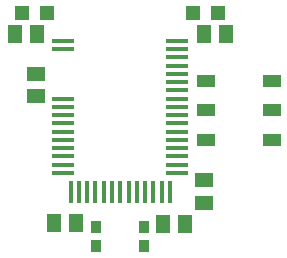
<source format=gbr>
G04 EAGLE Gerber RS-274X export*
G75*
%MOMM*%
%FSLAX34Y34*%
%LPD*%
%INSolderpaste Top*%
%IPPOS*%
%AMOC8*
5,1,8,0,0,1.08239X$1,22.5*%
G01*
%ADD10R,1.850000X0.450000*%
%ADD11R,0.450000X1.850000*%
%ADD12R,1.200000X1.200000*%
%ADD13R,1.300000X1.500000*%
%ADD14R,1.500000X1.300000*%
%ADD15R,1.500000X1.000000*%
%ADD16R,0.900000X1.000000*%


D10*
X-48250Y84450D03*
X-48250Y77450D03*
X-48250Y35450D03*
X-48250Y28450D03*
X-48250Y21450D03*
X-48250Y14450D03*
X-48250Y7450D03*
X-48250Y450D03*
X-48250Y-6550D03*
X-48250Y-13550D03*
X-48250Y-20550D03*
X-48250Y-27550D03*
D11*
X-42000Y-43800D03*
X-35000Y-43800D03*
X-28000Y-43800D03*
X-21000Y-43800D03*
X-14000Y-43800D03*
X-7000Y-43800D03*
X0Y-43800D03*
X7000Y-43800D03*
X14000Y-43800D03*
X21000Y-43800D03*
X28000Y-43800D03*
X35000Y-43800D03*
X42000Y-43800D03*
D10*
X48250Y-27550D03*
X48250Y-20550D03*
X48250Y-13550D03*
X48250Y-6550D03*
X48250Y450D03*
X48250Y7450D03*
X48250Y14450D03*
X48250Y21450D03*
X48250Y28450D03*
X48250Y35450D03*
X48250Y42450D03*
X48250Y49450D03*
X48250Y56450D03*
X48250Y63450D03*
X48250Y70450D03*
X48250Y77450D03*
X48250Y84450D03*
D12*
X-61890Y107950D03*
X-82890Y107950D03*
X61890Y107950D03*
X82890Y107950D03*
D13*
X-70510Y90170D03*
X-89510Y90170D03*
X70510Y90170D03*
X89510Y90170D03*
D14*
X-71120Y37490D03*
X-71120Y56490D03*
D13*
X-37490Y-69850D03*
X-56490Y-69850D03*
D15*
X72330Y400D03*
X72330Y25400D03*
X72330Y50400D03*
X128330Y50400D03*
X128330Y25400D03*
X128330Y400D03*
D16*
X20500Y-73280D03*
X20500Y-89280D03*
X-20500Y-89280D03*
X-20500Y-73280D03*
D13*
X55220Y-71120D03*
X36220Y-71120D03*
D14*
X71120Y-52680D03*
X71120Y-33680D03*
M02*

</source>
